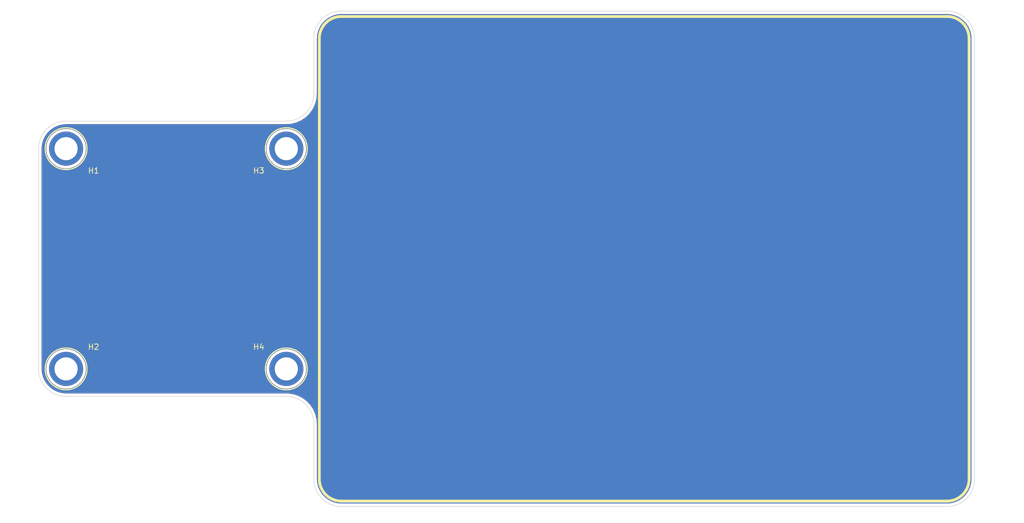
<source format=kicad_pcb>
(kicad_pcb (version 20171130) (host pcbnew "(5.1.6)-1")

  (general
    (thickness 1.6)
    (drawings 28)
    (tracks 0)
    (zones 0)
    (modules 4)
    (nets 5)
  )

  (page A4)
  (layers
    (0 F.Cu signal)
    (31 B.Cu signal)
    (32 B.Adhes user)
    (33 F.Adhes user)
    (34 B.Paste user)
    (35 F.Paste user)
    (36 B.SilkS user)
    (37 F.SilkS user)
    (38 B.Mask user)
    (39 F.Mask user)
    (40 Dwgs.User user)
    (41 Cmts.User user)
    (42 Eco1.User user)
    (43 Eco2.User user)
    (44 Edge.Cuts user)
    (45 Margin user)
    (46 B.CrtYd user)
    (47 F.CrtYd user)
    (48 B.Fab user)
    (49 F.Fab user)
  )

  (setup
    (last_trace_width 0.25)
    (trace_clearance 0.2)
    (zone_clearance 0.508)
    (zone_45_only no)
    (trace_min 0.2)
    (via_size 0.8)
    (via_drill 0.4)
    (via_min_size 0.4)
    (via_min_drill 0.3)
    (uvia_size 0.3)
    (uvia_drill 0.1)
    (uvias_allowed no)
    (uvia_min_size 0.2)
    (uvia_min_drill 0.1)
    (edge_width 0.05)
    (segment_width 0.2)
    (pcb_text_width 0.3)
    (pcb_text_size 1.5 1.5)
    (mod_edge_width 0.12)
    (mod_text_size 1 1)
    (mod_text_width 0.15)
    (pad_size 1.524 1.524)
    (pad_drill 0.762)
    (pad_to_mask_clearance 0.05)
    (aux_axis_origin 0 0)
    (grid_origin 89 95)
    (visible_elements FFFFFF7F)
    (pcbplotparams
      (layerselection 0x010f0_ffffffff)
      (usegerberextensions true)
      (usegerberattributes true)
      (usegerberadvancedattributes true)
      (creategerberjobfile true)
      (excludeedgelayer true)
      (linewidth 0.100000)
      (plotframeref false)
      (viasonmask false)
      (mode 1)
      (useauxorigin false)
      (hpglpennumber 1)
      (hpglpenspeed 20)
      (hpglpendiameter 15.000000)
      (psnegative false)
      (psa4output false)
      (plotreference true)
      (plotvalue true)
      (plotinvisibletext false)
      (padsonsilk false)
      (subtractmaskfromsilk false)
      (outputformat 1)
      (mirror false)
      (drillshape 0)
      (scaleselection 1)
      (outputdirectory "outputs/"))
  )

  (net 0 "")
  (net 1 "Net-(H1-Pad1)")
  (net 2 "Net-(H2-Pad1)")
  (net 3 "Net-(H3-Pad1)")
  (net 4 "Net-(H4-Pad1)")

  (net_class Default "This is the default net class."
    (clearance 0.2)
    (trace_width 0.25)
    (via_dia 0.8)
    (via_drill 0.4)
    (uvia_dia 0.3)
    (uvia_drill 0.1)
    (add_net "Net-(H1-Pad1)")
    (add_net "Net-(H2-Pad1)")
    (add_net "Net-(H3-Pad1)")
    (add_net "Net-(H4-Pad1)")
  )

  (module "Custom:Standoff 4883" (layer F.Cu) (tedit 61C78946) (tstamp 61C7F11D)
    (at 109 115)
    (path /61C797F2)
    (fp_text reference H4 (at -5 -4) (layer F.SilkS)
      (effects (font (size 1 1) (thickness 0.15)))
    )
    (fp_text value MountingHole_Pad (at 0 5) (layer F.Fab)
      (effects (font (size 1 1) (thickness 0.15)))
    )
    (fp_circle (center 0 0) (end 3.8 0) (layer F.SilkS) (width 0.2))
    (pad 1 thru_hole circle (at 0 0) (size 6.2 6.2) (drill 4.2) (layers *.Cu *.Mask)
      (net 4 "Net-(H4-Pad1)"))
  )

  (module "Custom:Standoff 4883" (layer F.Cu) (tedit 61C78946) (tstamp 61C7F0F2)
    (at 109 75)
    (path /61C792F8)
    (fp_text reference H3 (at -5 4) (layer F.SilkS)
      (effects (font (size 1 1) (thickness 0.15)))
    )
    (fp_text value MountingHole_Pad (at 0 5) (layer F.Fab)
      (effects (font (size 1 1) (thickness 0.15)))
    )
    (fp_circle (center 0 0) (end 3.8 0) (layer F.SilkS) (width 0.2))
    (pad 1 thru_hole circle (at 0 0) (size 6.2 6.2) (drill 4.2) (layers *.Cu *.Mask)
      (net 3 "Net-(H3-Pad1)"))
  )

  (module "Custom:Standoff 4883" (layer F.Cu) (tedit 61C78946) (tstamp 61C7F0EC)
    (at 69 115)
    (path /61C78BBB)
    (fp_text reference H2 (at 5 -4) (layer F.SilkS)
      (effects (font (size 1 1) (thickness 0.15)))
    )
    (fp_text value MountingHole_Pad (at 0 5) (layer F.Fab)
      (effects (font (size 1 1) (thickness 0.15)))
    )
    (fp_circle (center 0 0) (end 3.8 0) (layer F.SilkS) (width 0.2))
    (pad 1 thru_hole circle (at 0 0) (size 6.2 6.2) (drill 4.2) (layers *.Cu *.Mask)
      (net 2 "Net-(H2-Pad1)"))
  )

  (module "Custom:Standoff 4883" (layer F.Cu) (tedit 61C78946) (tstamp 61C7F0E6)
    (at 69 75)
    (path /61C77FFA)
    (fp_text reference H1 (at 5 4) (layer F.SilkS)
      (effects (font (size 1 1) (thickness 0.15)))
    )
    (fp_text value MountingHole_Pad (at 0 5) (layer F.Fab)
      (effects (font (size 1 1) (thickness 0.15)))
    )
    (fp_circle (center 0 0) (end 3.8 0) (layer F.SilkS) (width 0.2))
    (pad 1 thru_hole circle (at 0 0) (size 6.2 6.2) (drill 4.2) (layers *.Cu *.Mask)
      (net 1 "Net-(H1-Pad1)"))
  )

  (gr_line (start 233 135) (end 233 55) (layer F.SilkS) (width 0.5) (tstamp 61C7F19D))
  (gr_line (start 119 139) (end 229 139) (layer F.SilkS) (width 0.5) (tstamp 61C7F19C))
  (gr_line (start 115 55) (end 115 135) (layer F.SilkS) (width 0.5) (tstamp 61C7F19B))
  (gr_line (start 229 51) (end 119 51) (layer F.SilkS) (width 0.5) (tstamp 61C7F199))
  (gr_arc (start 229 55) (end 233 55) (angle -90) (layer F.SilkS) (width 0.5))
  (gr_arc (start 229 135) (end 229 139) (angle -90) (layer F.SilkS) (width 0.5))
  (gr_arc (start 119 135) (end 115 135) (angle -90) (layer F.SilkS) (width 0.5))
  (gr_arc (start 119 55) (end 119 51) (angle -90) (layer F.SilkS) (width 0.5))
  (gr_arc (start 69 75) (end 69 70) (angle -90) (layer Edge.Cuts) (width 0.1) (tstamp 61C7EFFF))
  (gr_line (start 109 70) (end 69 70) (layer Edge.Cuts) (width 0.1) (tstamp 61C7F020))
  (gr_arc (start 109 65) (end 109 70.000001) (angle -90) (layer Edge.Cuts) (width 0.1) (tstamp 61C7F023))
  (gr_line (start 114 55) (end 114 65) (layer Edge.Cuts) (width 0.1) (tstamp 61C7F014))
  (gr_arc (start 119 55) (end 119 50) (angle -90) (layer Edge.Cuts) (width 0.1) (tstamp 61C7F017))
  (gr_line (start 229 50) (end 119 50) (layer Edge.Cuts) (width 0.1) (tstamp 61C7F01A))
  (gr_arc (start 229 55) (end 234 55) (angle -90) (layer Edge.Cuts) (width 0.1) (tstamp 61C7F01D))
  (gr_line (start 234 135) (end 234 55) (layer Edge.Cuts) (width 0.1) (tstamp 61C7EFEA))
  (gr_arc (start 229 135) (end 229 140) (angle -90) (layer Edge.Cuts) (width 0.1) (tstamp 61C7EFED))
  (gr_line (start 119 140) (end 229 140) (layer Edge.Cuts) (width 0.1) (tstamp 61C7EFF3))
  (gr_arc (start 119 135) (end 113.999999 135) (angle -90) (layer Edge.Cuts) (width 0.1) (tstamp 61C7EFF0))
  (gr_line (start 114 125) (end 114 135) (layer Edge.Cuts) (width 0.1) (tstamp 61C7EFF6))
  (gr_arc (start 109 125) (end 114 125) (angle -90) (layer Edge.Cuts) (width 0.1) (tstamp 61C7EFFC))
  (gr_line (start 69 120) (end 109 120) (layer Edge.Cuts) (width 0.1) (tstamp 61C7EFF9))
  (gr_arc (start 69 115) (end 64 115) (angle -90) (layer Edge.Cuts) (width 0.1) (tstamp 61C7F002))
  (gr_line (start 64 75) (end 64 115) (layer Edge.Cuts) (width 0.1) (tstamp 61C7F005))
  (gr_circle (center 69 75) (end 74 75) (layer Dwgs.User) (width 0.1) (tstamp 61C7F00E))
  (gr_circle (center 109 75) (end 114 75) (layer Dwgs.User) (width 0.1) (tstamp 61C7F008))
  (gr_circle (center 109 115) (end 114 115) (layer Dwgs.User) (width 0.1) (tstamp 61C7F011))
  (gr_circle (center 69 115) (end 74 115) (layer Dwgs.User) (width 0.1) (tstamp 61C7F00B))

  (zone (net 0) (net_name "") (layer F.Cu) (tstamp 61C7F202) (hatch edge 0.508)
    (connect_pads (clearance 0.508))
    (min_thickness 0.254)
    (fill yes (arc_segments 32) (thermal_gap 0.508) (thermal_bridge_width 0.508))
    (polygon
      (pts
        (xy 241 142) (xy 57 142) (xy 57 48) (xy 241 48)
      )
    )
    (filled_polygon
      (pts
        (xy 229.763637 50.755875) (xy 230.50314 50.95818) (xy 231.195128 51.288242) (xy 231.817733 51.735629) (xy 232.351268 52.286195)
        (xy 232.778876 52.922544) (xy 233.087041 53.624561) (xy 233.267283 54.37532) (xy 233.315001 55.025125) (xy 233.315 134.969495)
        (xy 233.244125 135.763637) (xy 233.04182 136.50314) (xy 232.711758 137.195128) (xy 232.264371 137.817733) (xy 231.713808 138.351266)
        (xy 231.077456 138.778876) (xy 230.375437 139.087042) (xy 229.624681 139.267282) (xy 228.974888 139.315) (xy 119.030493 139.315)
        (xy 118.236363 139.244126) (xy 117.496859 139.041821) (xy 116.804871 138.711759) (xy 116.182266 138.264372) (xy 115.648733 137.713809)
        (xy 115.221123 137.077457) (xy 114.912958 136.375439) (xy 114.732717 135.624681) (xy 114.685 134.974902) (xy 114.685 124.966353)
        (xy 114.682536 124.94134) (xy 114.629522 124.219417) (xy 114.626909 124.20346) (xy 114.626401 124.187292) (xy 114.612435 124.109675)
        (xy 114.404915 123.245293) (xy 114.398042 123.224869) (xy 114.39356 123.203785) (xy 114.366071 123.129868) (xy 114.008762 122.315897)
        (xy 113.998378 122.297008) (xy 113.990236 122.277058) (xy 113.950092 122.209177) (xy 113.454289 121.471343) (xy 113.440723 121.45459)
        (xy 113.429177 121.436397) (xy 113.377662 121.376717) (xy 113.377647 121.376698) (xy 113.377641 121.376693) (xy 112.759019 120.738325)
        (xy 112.742704 120.724242) (xy 112.728116 120.708378) (xy 112.666829 120.658748) (xy 111.944933 120.140013) (xy 111.92638 120.129041)
        (xy 111.909215 120.116012) (xy 111.840107 120.078019) (xy 111.03776 119.695319) (xy 111.017559 119.687806) (xy 110.998356 119.678022)
        (xy 110.923613 119.652868) (xy 110.066177 119.4183) (xy 110.04496 119.414483) (xy 110.024333 119.408255) (xy 109.946322 119.396735)
        (xy 109.946317 119.396734) (xy 109.946316 119.396734) (xy 109.063969 119.317987) (xy 109.033647 119.315) (xy 69.030505 119.315)
        (xy 68.236363 119.244125) (xy 67.49686 119.04182) (xy 66.804872 118.711758) (xy 66.182267 118.264371) (xy 65.648734 117.713808)
        (xy 65.221124 117.077456) (xy 64.912958 116.375437) (xy 64.732718 115.624681) (xy 64.685 114.974888) (xy 64.685 114.632135)
        (xy 65.265 114.632135) (xy 65.265 115.367865) (xy 65.408534 116.089459) (xy 65.690086 116.769186) (xy 66.098836 117.380924)
        (xy 66.619076 117.901164) (xy 67.230814 118.309914) (xy 67.910541 118.591466) (xy 68.632135 118.735) (xy 69.367865 118.735)
        (xy 70.089459 118.591466) (xy 70.769186 118.309914) (xy 71.380924 117.901164) (xy 71.901164 117.380924) (xy 72.309914 116.769186)
        (xy 72.591466 116.089459) (xy 72.735 115.367865) (xy 72.735 114.632135) (xy 105.265 114.632135) (xy 105.265 115.367865)
        (xy 105.408534 116.089459) (xy 105.690086 116.769186) (xy 106.098836 117.380924) (xy 106.619076 117.901164) (xy 107.230814 118.309914)
        (xy 107.910541 118.591466) (xy 108.632135 118.735) (xy 109.367865 118.735) (xy 110.089459 118.591466) (xy 110.769186 118.309914)
        (xy 111.380924 117.901164) (xy 111.901164 117.380924) (xy 112.309914 116.769186) (xy 112.591466 116.089459) (xy 112.735 115.367865)
        (xy 112.735 114.632135) (xy 112.591466 113.910541) (xy 112.309914 113.230814) (xy 111.901164 112.619076) (xy 111.380924 112.098836)
        (xy 110.769186 111.690086) (xy 110.089459 111.408534) (xy 109.367865 111.265) (xy 108.632135 111.265) (xy 107.910541 111.408534)
        (xy 107.230814 111.690086) (xy 106.619076 112.098836) (xy 106.098836 112.619076) (xy 105.690086 113.230814) (xy 105.408534 113.910541)
        (xy 105.265 114.632135) (xy 72.735 114.632135) (xy 72.591466 113.910541) (xy 72.309914 113.230814) (xy 71.901164 112.619076)
        (xy 71.380924 112.098836) (xy 70.769186 111.690086) (xy 70.089459 111.408534) (xy 69.367865 111.265) (xy 68.632135 111.265)
        (xy 67.910541 111.408534) (xy 67.230814 111.690086) (xy 66.619076 112.098836) (xy 66.098836 112.619076) (xy 65.690086 113.230814)
        (xy 65.408534 113.910541) (xy 65.265 114.632135) (xy 64.685 114.632135) (xy 64.685 75.030506) (xy 64.720553 74.632135)
        (xy 65.265 74.632135) (xy 65.265 75.367865) (xy 65.408534 76.089459) (xy 65.690086 76.769186) (xy 66.098836 77.380924)
        (xy 66.619076 77.901164) (xy 67.230814 78.309914) (xy 67.910541 78.591466) (xy 68.632135 78.735) (xy 69.367865 78.735)
        (xy 70.089459 78.591466) (xy 70.769186 78.309914) (xy 71.380924 77.901164) (xy 71.901164 77.380924) (xy 72.309914 76.769186)
        (xy 72.591466 76.089459) (xy 72.735 75.367865) (xy 72.735 74.632135) (xy 105.265 74.632135) (xy 105.265 75.367865)
        (xy 105.408534 76.089459) (xy 105.690086 76.769186) (xy 106.098836 77.380924) (xy 106.619076 77.901164) (xy 107.230814 78.309914)
        (xy 107.910541 78.591466) (xy 108.632135 78.735) (xy 109.367865 78.735) (xy 110.089459 78.591466) (xy 110.769186 78.309914)
        (xy 111.380924 77.901164) (xy 111.901164 77.380924) (xy 112.309914 76.769186) (xy 112.591466 76.089459) (xy 112.735 75.367865)
        (xy 112.735 74.632135) (xy 112.591466 73.910541) (xy 112.309914 73.230814) (xy 111.901164 72.619076) (xy 111.380924 72.098836)
        (xy 110.769186 71.690086) (xy 110.089459 71.408534) (xy 109.367865 71.265) (xy 108.632135 71.265) (xy 107.910541 71.408534)
        (xy 107.230814 71.690086) (xy 106.619076 72.098836) (xy 106.098836 72.619076) (xy 105.690086 73.230814) (xy 105.408534 73.910541)
        (xy 105.265 74.632135) (xy 72.735 74.632135) (xy 72.591466 73.910541) (xy 72.309914 73.230814) (xy 71.901164 72.619076)
        (xy 71.380924 72.098836) (xy 70.769186 71.690086) (xy 70.089459 71.408534) (xy 69.367865 71.265) (xy 68.632135 71.265)
        (xy 67.910541 71.408534) (xy 67.230814 71.690086) (xy 66.619076 72.098836) (xy 66.098836 72.619076) (xy 65.690086 73.230814)
        (xy 65.408534 73.910541) (xy 65.265 74.632135) (xy 64.720553 74.632135) (xy 64.755875 74.236363) (xy 64.95818 73.49686)
        (xy 65.288242 72.804872) (xy 65.735629 72.182267) (xy 66.286195 71.648732) (xy 66.922544 71.221124) (xy 67.624561 70.912959)
        (xy 68.37532 70.732717) (xy 69.025112 70.685) (xy 109.033647 70.685) (xy 109.05862 70.68254) (xy 109.780583 70.629523)
        (xy 109.796546 70.626909) (xy 109.812709 70.626401) (xy 109.890325 70.612436) (xy 110.754708 70.404916) (xy 110.775134 70.398042)
        (xy 110.796215 70.393561) (xy 110.870121 70.366076) (xy 110.870132 70.366072) (xy 110.870136 70.36607) (xy 111.684103 70.008763)
        (xy 111.702989 69.99838) (xy 111.722943 69.990237) (xy 111.790824 69.950093) (xy 112.528658 69.45429) (xy 112.545408 69.440726)
        (xy 112.563605 69.429178) (xy 112.623284 69.377663) (xy 112.623303 69.377648) (xy 112.623308 69.377642) (xy 113.261677 68.75902)
        (xy 113.275762 68.742702) (xy 113.291623 68.728117) (xy 113.341253 68.66683) (xy 113.859988 67.944934) (xy 113.87096 67.926381)
        (xy 113.883989 67.909216) (xy 113.921982 67.840108) (xy 114.304682 67.037761) (xy 114.312195 67.01756) (xy 114.321979 66.998357)
        (xy 114.347133 66.923614) (xy 114.581701 66.066177) (xy 114.585518 66.04496) (xy 114.591746 66.024333) (xy 114.603267 65.946317)
        (xy 114.682024 65.063861) (xy 114.685 65.033647) (xy 114.685 55.030506) (xy 114.755875 54.236363) (xy 114.95818 53.49686)
        (xy 115.288242 52.804872) (xy 115.735629 52.182267) (xy 116.286195 51.648732) (xy 116.922544 51.221124) (xy 117.624561 50.912959)
        (xy 118.37532 50.732717) (xy 119.025112 50.685) (xy 228.969494 50.685)
      )
    )
  )
  (zone (net 0) (net_name "") (layer B.Cu) (tstamp 61C7F1FF) (hatch edge 0.508)
    (connect_pads (clearance 0.508))
    (min_thickness 0.254)
    (fill yes (arc_segments 32) (thermal_gap 0.508) (thermal_bridge_width 0.508))
    (polygon
      (pts
        (xy 243 143) (xy 59 143) (xy 59 49) (xy 243 49)
      )
    )
    (filled_polygon
      (pts
        (xy 229.763637 50.755875) (xy 230.50314 50.95818) (xy 231.195128 51.288242) (xy 231.817733 51.735629) (xy 232.351268 52.286195)
        (xy 232.778876 52.922544) (xy 233.087041 53.624561) (xy 233.267283 54.37532) (xy 233.315001 55.025125) (xy 233.315 134.969495)
        (xy 233.244125 135.763637) (xy 233.04182 136.50314) (xy 232.711758 137.195128) (xy 232.264371 137.817733) (xy 231.713808 138.351266)
        (xy 231.077456 138.778876) (xy 230.375437 139.087042) (xy 229.624681 139.267282) (xy 228.974888 139.315) (xy 119.030493 139.315)
        (xy 118.236363 139.244126) (xy 117.496859 139.041821) (xy 116.804871 138.711759) (xy 116.182266 138.264372) (xy 115.648733 137.713809)
        (xy 115.221123 137.077457) (xy 114.912958 136.375439) (xy 114.732717 135.624681) (xy 114.685 134.974902) (xy 114.685 124.966353)
        (xy 114.682536 124.94134) (xy 114.629522 124.219417) (xy 114.626909 124.20346) (xy 114.626401 124.187292) (xy 114.612435 124.109675)
        (xy 114.404915 123.245293) (xy 114.398042 123.224869) (xy 114.39356 123.203785) (xy 114.366071 123.129868) (xy 114.008762 122.315897)
        (xy 113.998378 122.297008) (xy 113.990236 122.277058) (xy 113.950092 122.209177) (xy 113.454289 121.471343) (xy 113.440723 121.45459)
        (xy 113.429177 121.436397) (xy 113.377662 121.376717) (xy 113.377647 121.376698) (xy 113.377641 121.376693) (xy 112.759019 120.738325)
        (xy 112.742704 120.724242) (xy 112.728116 120.708378) (xy 112.666829 120.658748) (xy 111.944933 120.140013) (xy 111.92638 120.129041)
        (xy 111.909215 120.116012) (xy 111.840107 120.078019) (xy 111.03776 119.695319) (xy 111.017559 119.687806) (xy 110.998356 119.678022)
        (xy 110.923613 119.652868) (xy 110.066177 119.4183) (xy 110.04496 119.414483) (xy 110.024333 119.408255) (xy 109.946322 119.396735)
        (xy 109.946317 119.396734) (xy 109.946316 119.396734) (xy 109.063969 119.317987) (xy 109.033647 119.315) (xy 69.030505 119.315)
        (xy 68.236363 119.244125) (xy 67.49686 119.04182) (xy 66.804872 118.711758) (xy 66.182267 118.264371) (xy 65.648734 117.713808)
        (xy 65.221124 117.077456) (xy 64.912958 116.375437) (xy 64.732718 115.624681) (xy 64.685 114.974888) (xy 64.685 114.632135)
        (xy 65.265 114.632135) (xy 65.265 115.367865) (xy 65.408534 116.089459) (xy 65.690086 116.769186) (xy 66.098836 117.380924)
        (xy 66.619076 117.901164) (xy 67.230814 118.309914) (xy 67.910541 118.591466) (xy 68.632135 118.735) (xy 69.367865 118.735)
        (xy 70.089459 118.591466) (xy 70.769186 118.309914) (xy 71.380924 117.901164) (xy 71.901164 117.380924) (xy 72.309914 116.769186)
        (xy 72.591466 116.089459) (xy 72.735 115.367865) (xy 72.735 114.632135) (xy 105.265 114.632135) (xy 105.265 115.367865)
        (xy 105.408534 116.089459) (xy 105.690086 116.769186) (xy 106.098836 117.380924) (xy 106.619076 117.901164) (xy 107.230814 118.309914)
        (xy 107.910541 118.591466) (xy 108.632135 118.735) (xy 109.367865 118.735) (xy 110.089459 118.591466) (xy 110.769186 118.309914)
        (xy 111.380924 117.901164) (xy 111.901164 117.380924) (xy 112.309914 116.769186) (xy 112.591466 116.089459) (xy 112.735 115.367865)
        (xy 112.735 114.632135) (xy 112.591466 113.910541) (xy 112.309914 113.230814) (xy 111.901164 112.619076) (xy 111.380924 112.098836)
        (xy 110.769186 111.690086) (xy 110.089459 111.408534) (xy 109.367865 111.265) (xy 108.632135 111.265) (xy 107.910541 111.408534)
        (xy 107.230814 111.690086) (xy 106.619076 112.098836) (xy 106.098836 112.619076) (xy 105.690086 113.230814) (xy 105.408534 113.910541)
        (xy 105.265 114.632135) (xy 72.735 114.632135) (xy 72.591466 113.910541) (xy 72.309914 113.230814) (xy 71.901164 112.619076)
        (xy 71.380924 112.098836) (xy 70.769186 111.690086) (xy 70.089459 111.408534) (xy 69.367865 111.265) (xy 68.632135 111.265)
        (xy 67.910541 111.408534) (xy 67.230814 111.690086) (xy 66.619076 112.098836) (xy 66.098836 112.619076) (xy 65.690086 113.230814)
        (xy 65.408534 113.910541) (xy 65.265 114.632135) (xy 64.685 114.632135) (xy 64.685 75.030506) (xy 64.720553 74.632135)
        (xy 65.265 74.632135) (xy 65.265 75.367865) (xy 65.408534 76.089459) (xy 65.690086 76.769186) (xy 66.098836 77.380924)
        (xy 66.619076 77.901164) (xy 67.230814 78.309914) (xy 67.910541 78.591466) (xy 68.632135 78.735) (xy 69.367865 78.735)
        (xy 70.089459 78.591466) (xy 70.769186 78.309914) (xy 71.380924 77.901164) (xy 71.901164 77.380924) (xy 72.309914 76.769186)
        (xy 72.591466 76.089459) (xy 72.735 75.367865) (xy 72.735 74.632135) (xy 105.265 74.632135) (xy 105.265 75.367865)
        (xy 105.408534 76.089459) (xy 105.690086 76.769186) (xy 106.098836 77.380924) (xy 106.619076 77.901164) (xy 107.230814 78.309914)
        (xy 107.910541 78.591466) (xy 108.632135 78.735) (xy 109.367865 78.735) (xy 110.089459 78.591466) (xy 110.769186 78.309914)
        (xy 111.380924 77.901164) (xy 111.901164 77.380924) (xy 112.309914 76.769186) (xy 112.591466 76.089459) (xy 112.735 75.367865)
        (xy 112.735 74.632135) (xy 112.591466 73.910541) (xy 112.309914 73.230814) (xy 111.901164 72.619076) (xy 111.380924 72.098836)
        (xy 110.769186 71.690086) (xy 110.089459 71.408534) (xy 109.367865 71.265) (xy 108.632135 71.265) (xy 107.910541 71.408534)
        (xy 107.230814 71.690086) (xy 106.619076 72.098836) (xy 106.098836 72.619076) (xy 105.690086 73.230814) (xy 105.408534 73.910541)
        (xy 105.265 74.632135) (xy 72.735 74.632135) (xy 72.591466 73.910541) (xy 72.309914 73.230814) (xy 71.901164 72.619076)
        (xy 71.380924 72.098836) (xy 70.769186 71.690086) (xy 70.089459 71.408534) (xy 69.367865 71.265) (xy 68.632135 71.265)
        (xy 67.910541 71.408534) (xy 67.230814 71.690086) (xy 66.619076 72.098836) (xy 66.098836 72.619076) (xy 65.690086 73.230814)
        (xy 65.408534 73.910541) (xy 65.265 74.632135) (xy 64.720553 74.632135) (xy 64.755875 74.236363) (xy 64.95818 73.49686)
        (xy 65.288242 72.804872) (xy 65.735629 72.182267) (xy 66.286195 71.648732) (xy 66.922544 71.221124) (xy 67.624561 70.912959)
        (xy 68.37532 70.732717) (xy 69.025112 70.685) (xy 109.033647 70.685) (xy 109.05862 70.68254) (xy 109.780583 70.629523)
        (xy 109.796546 70.626909) (xy 109.812709 70.626401) (xy 109.890325 70.612436) (xy 110.754708 70.404916) (xy 110.775134 70.398042)
        (xy 110.796215 70.393561) (xy 110.870121 70.366076) (xy 110.870132 70.366072) (xy 110.870136 70.36607) (xy 111.684103 70.008763)
        (xy 111.702989 69.99838) (xy 111.722943 69.990237) (xy 111.790824 69.950093) (xy 112.528658 69.45429) (xy 112.545408 69.440726)
        (xy 112.563605 69.429178) (xy 112.623284 69.377663) (xy 112.623303 69.377648) (xy 112.623308 69.377642) (xy 113.261677 68.75902)
        (xy 113.275762 68.742702) (xy 113.291623 68.728117) (xy 113.341253 68.66683) (xy 113.859988 67.944934) (xy 113.87096 67.926381)
        (xy 113.883989 67.909216) (xy 113.921982 67.840108) (xy 114.304682 67.037761) (xy 114.312195 67.01756) (xy 114.321979 66.998357)
        (xy 114.347133 66.923614) (xy 114.581701 66.066177) (xy 114.585518 66.04496) (xy 114.591746 66.024333) (xy 114.603267 65.946317)
        (xy 114.682024 65.063861) (xy 114.685 65.033647) (xy 114.685 55.030506) (xy 114.755875 54.236363) (xy 114.95818 53.49686)
        (xy 115.288242 52.804872) (xy 115.735629 52.182267) (xy 116.286195 51.648732) (xy 116.922544 51.221124) (xy 117.624561 50.912959)
        (xy 118.37532 50.732717) (xy 119.025112 50.685) (xy 228.969494 50.685)
      )
    )
  )
)

</source>
